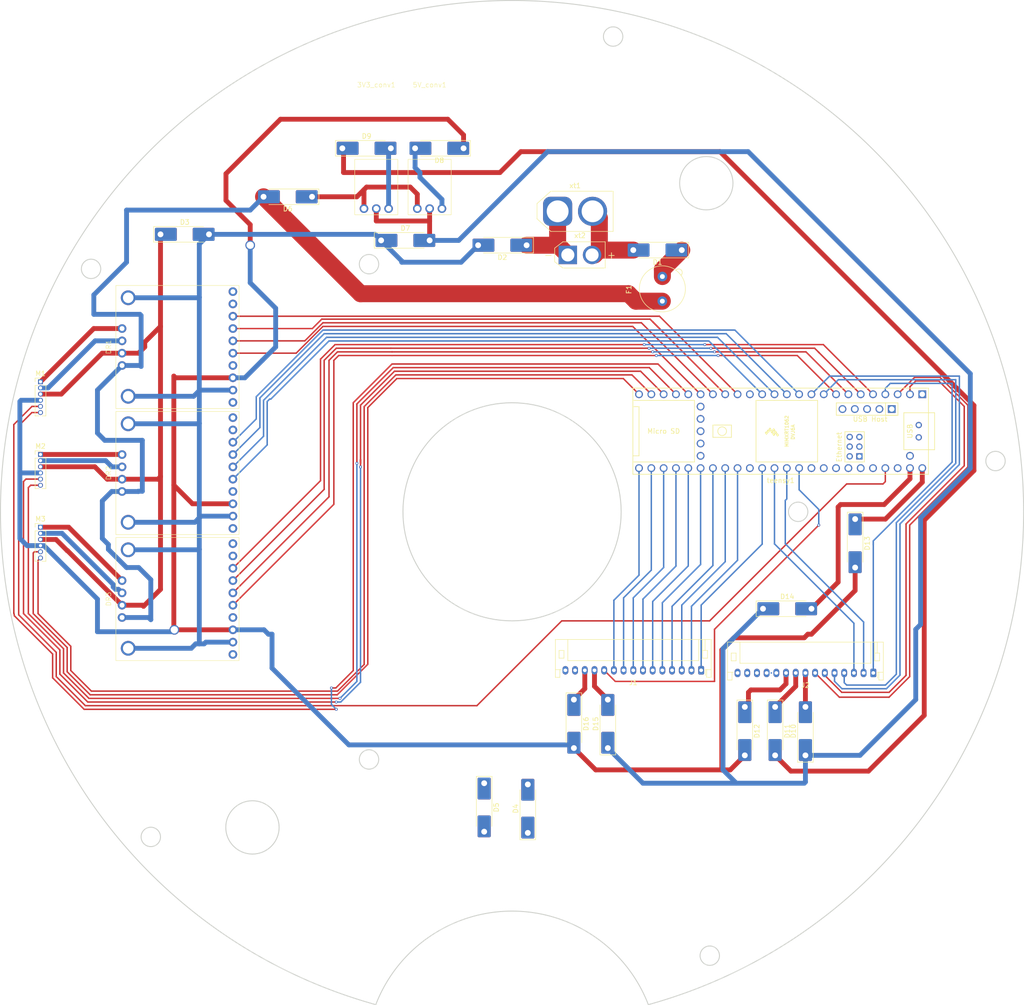
<source format=kicad_pcb>
(kicad_pcb (version 20240108) (generator "pcbnew") (generator_version "8.0")
  (layers (0 "F.Cu" signal) (31 "B.Cu" signal) (34 "B.Paste" user) (35 "F.Paste" user) (36 "B.SilkS" user "B.Silkscreen") (37 "F.SilkS" user "F.Silkscreen") (38 "B.Mask" user) (39 "F.Mask" user) (44 "Edge.Cuts" user))
  (net 0 "")
  (net 1 "Net-(D1-A)")
  (net 2 "Net-(D1-K)")
  (net 3 "Net-(D2-A)")
  (net 4 "Net-(D2-K)")
  (net 5 "Net-(D3-K)")
  (net 6 "Net-(D4-A)")
  (net 7 "GND")
  (net 8 "Net-(3V3_conv1-VIN)")
  (net 9 "Net-(5V_conv1-VOUT)")
  (net 10 "Net-(D12-A)")
  (net 11 "Net-(3V3_conv1-VOUT)")
  (net 12 "Net-(D11-A)")
  (net 13 "gnd")
  (net 14 "3v3")
  (net 15 "5v")
  (net 16 "Net-(D13-K)")
  (net 17 "Net-(D14-A)")
  (net 18 "5V")
  (net 19 "Net-(DR1-OUT2)")
  (net 20 "Net-(M1-B_out)")
  (net 21 "Net-(DR1-OUT1)")
  (net 22 "Net-(M1-A_out)")
  (net 23 "Net-(DR2-OUT1)")
  (net 24 "Net-(M2-A_out)")
  (net 25 "Net-(M2-B_out)")
  (net 26 "Net-(DR2-OUT2)")
  (net 27 "Net-(DR3-OUT2)")
  (net 28 "Net-(M3-B_out)")
  (net 29 "Net-(M3-A_out)")
  (net 30 "Net-(DR3-OUT1)")
  (net 33 "Net-(DR1-PWM2)")
  (net 34 "Net-(DR1-ENB)")
  (net 36 "Net-(DR1-PWM1)")
  (net 37 "Net-(DR1-EN)")
  (net 39 "Net-(DR2-PWM1)")
  (net 40 "Net-(DR2-PWM2)")
  (net 45 "Net-(DR2-ENB)")
  (net 46 "Net-(DR2-EN)")
  (net 48 "Net-(DR3-PWM1)")
  (net 49 "Net-(DR3-ENB)")
  (net 51 "Net-(DR3-PWM2)")
  (net 52 "Net-(DR3-EN)")
  (net 56 "pr3")
  (net 64 "tx2")
  (net 70 "pr5")
  (net 72 "BLAUW")
  (net 74 "pr6")
  (net 75 "GROEN")
  (net 77 "soft_power_sw")
  (net 79 "tx3")
  (net 80 "rx2")
  (net 83 "pr4")
  (net 84 "ROOD")
  (net 86 "pr8")
  (net 89 "rx3")
  (net 90 "pr1")
  (net 92 "pr7")
  (net 96 "rx1")
  (net 97 "tx1")
  (net 99 "pr2")
  (net 101 "groundd")
  (footprint "Library:Teensy41" (layer "F.Cu") (at 205.39 133.37 180)
    (property "Reference" "teensy1")
    (property "Value" "Teensy4.1")
  )
  (footprint "Diode_SMD:D_MELF-RM10_Universal_Handsoldering" (layer "F.Cu") (at 103.75 85 180)
    (property "Reference" "D6")
    (property "Value" "D")
  )
  (footprint "Connector_JST:JST_PH_S15B-PH-K_1x15_P2.00mm_Horizontal" (layer "F.Cu") (at 224.5 183.25 180)
    (property "Reference" "J2")
    (property "Value" "Conn_01x13_Socket")
  )
  (footprint "Library:TB9051FTG" (layer "F.Cu") (at 81 168 90)
    (property "Reference" "DR3")
    (property "Value" "~")
  )
  (footprint "Connector_PinHeader_1.27mm:PinHeader_1x06_P1.27mm_Vertical" (layer "F.Cu") (at 52.75 138.17)
    (property "Reference" "M2")
    (property "Value" "~")
  )
  (footprint "Diode_SMD:D_MELF-RM10_Universal_Handsoldering" (layer "F.Cu") (at 148 95 180)
    (property "Reference" "D2")
    (property "Value" "D")
  )
  (footprint "Library:pololu-U1V10F5" (layer "F.Cu") (at 133 83)
    (property "Reference" "5V_conv1")
    (property "Value" "~")
  )
  (footprint "Diode_SMD:D_MELF-RM10_Universal_Handsoldering" (layer "F.Cu") (at 198 195.25 -90)
    (property "Reference" "D12")
    (property "Value" "D")
  )
  (footprint "Connector_JST:JST_PH_S15B-PH-K_1x15_P2.00mm_Horizontal" (layer "F.Cu") (at 189 182.7 180)
    (property "Reference" "J1")
    (property "Value" "Conn_01x13_Socket")
  )
  (footprint "Library:TB9051FTG" (layer "F.Cu") (at 81 142 90)
    (property "Reference" "DR2")
    (property "Value" "~")
  )
  (footprint "Diode_SMD:D_MELF-RM10_Universal_Handsoldering" (layer "F.Cu") (at 162.75 193.75 -90)
    (property "Reference" "D16")
    (property "Value" "D")
  )
  (footprint "Diode_SMD:D_MELF-RM10_Universal_Handsoldering" (layer "F.Cu") (at 153.25 211.25 90)
    (property "Reference" "D4")
    (property "Value" "D")
  )
  (footprint "Connector_PinHeader_1.27mm:PinHeader_1x06_P1.27mm_Vertical" (layer "F.Cu") (at 52.75 123.17)
    (property "Reference" "M1")
    (property "Value" "~")
  )
  (footprint "Diode_SMD:D_MELF-RM10_Universal_Handsoldering" (layer "F.Cu") (at 135 75 180)
    (property "Reference" "D8")
    (property "Value" "D")
  )
  (footprint "Library:pololu-U1V10F5" (layer "F.Cu") (at 122 83)
    (property "Reference" "3V3_conv1")
    (property "Value" "~")
  )
  (footprint "Diode_SMD:D_MELF-RM10_Universal_Handsoldering" (layer "F.Cu") (at 144.25 211 -90)
    (property "Reference" "D5")
    (property "Value" "D")
  )
  (footprint "Fuse:Fuseholder_TR5_Littelfuse_No560_No460" (layer "F.Cu") (at 180.99 106.54 90)
    (property "Reference" "F1")
    (property "Value" "Fuse")
  )
  (footprint "Diode_SMD:D_MELF-RM10_Universal_Handsoldering" (layer "F.Cu") (at 204.25 195.25 -90)
    (property "Reference" "D11")
    (property "Value" "D")
  )
  (footprint "Diode_SMD:D_MELF-RM10_Universal_Handsoldering" (layer "F.Cu") (at 220.75 156.5 -90)
    (property "Reference" "D13")
    (property "Value" "D")
  )
  (footprint "Diode_SMD:D_MELF-RM10_Universal_Handsoldering" (layer "F.Cu") (at 206.75 170)
    (property "Reference" "D14")
    (property "Value" "D")
  )
  (footprint "Diode_SMD:D_MELF-RM10_Universal_Handsoldering" (layer "F.Cu") (at 128 94)
    (property "Reference" "D7")
    (property "Value" "D")
  )
  (footprint "Library:TB9051FTG" (layer "F.Cu") (at 81 116 90)
    (property "Reference" "DR1")
    (property "Value" "~")
  )
  (footprint "Diode_SMD:D_MELF-RM10_Universal_Handsoldering" (layer "F.Cu") (at 82.5 92.75)
    (property "Reference" "D3")
    (property "Value" "D")
  )
  (footprint "Connector_PinHeader_1.27mm:PinHeader_1x06_P1.27mm_Vertical" (layer "F.Cu") (at 52.75 153.17)
    (property "Reference" "M3")
    (property "Value" "~")
  )
  (footprint "Connector_AMASS:AMASS_XT30U-M_1x02_P5.0mm_Vertical" (layer "F.Cu") (at 161.5 97)
    (property "Reference" "xt2")
    (property "Value" "Battery" (hide yes))
  )
  (footprint "Diode_SMD:D_MELF-RM10_Universal_Handsoldering" (layer "F.Cu") (at 210.5 195.25 90)
    (property "Reference" "D10")
    (property "Value" "D")
  )
  (footprint "Diode_SMD:D_MELF-RM10_Universal_Handsoldering" (layer "F.Cu") (at 120 75)
    (property "Reference" "D9")
    (property "Value" "D")
  )
  (footprint "Diode_SMD:D_MELF-RM10_Universal_Handsoldering" (layer "F.Cu") (at 169.75 193.75 90)
    (property "Reference" "D15")
    (property "Value" "D")
  )
  (footprint "Connector_AMASS:AMASS_XT60-F_1x02_P7.20mm_Vertical" (layer "F.Cu") (at 159.4 88)
    (property "Reference" "xt1")
    (property "Value" "Battery" (hide yes))
  )
  (footprint "Diode_SMD:D_MELF-RM10_Universal_Handsoldering" (layer "F.Cu") (at 180 96 180)
    (property "Reference" "D1")
    (property "Value" "D")
  )
  (gr_circle (center 170.843147 51.940703) (end 172.843147 51.940703) (stroke (width 0.2)) (fill none) (layer "Edge.Cuts"))
  (gr_circle (center 190.775348 241.582932) (end 192.775348 241.582932) (stroke (width 0.2)) (fill none) (layer "Edge.Cuts"))
  (gr_circle (center 96.460699 215.116387) (end 101.960699 215.116387) (stroke (width 0.2)) (fill none) (layer "Edge.Cuts"))
  (gr_circle (center 120.5 201.095499) (end 122.5 201.095499) (stroke (width 0.2)) (fill none) (layer "Edge.Cuts"))
  (gr_circle (center 150 150) (end 172.5 150) (stroke (width 0.2)) (fill none) (layer "Edge.Cuts"))
  (gr_arc (start 121.895804 251.687778) (mid 150 44.5) (end 178.104196 251.687778) (stroke (width 0.2)) (layer "Edge.Cuts"))
  (gr_circle (center 75.499731 217.080343) (end 77.499731 217.080343) (stroke (width 0.2)) (fill none) (layer "Edge.Cuts"))
  (gr_circle (center 150 150) (end 150.01 150) (stroke (width 0.0001)) (fill solid) (layer "Edge.Cuts"))
  (gr_circle (center 190.057531 82.199139) (end 195.557531 82.199139) (stroke (width 0.2)) (fill none) (layer "Edge.Cuts"))
  (gr_circle (center 249.70082 139.521022) (end 251.70082 139.521022) (stroke (width 0.2)) (fill none) (layer "Edge.Cuts"))
  (gr_circle (center 209 150) (end 211 150) (stroke (width 0.2)) (fill none) (layer "Edge.Cuts"))
  (gr_circle (center 63.180953 99.875) (end 65.180953 99.875) (stroke (width 0.2)) (fill none) (layer "Edge.Cuts"))
  (gr_arc (start 121.895804 251.687778) (mid 150 232.38771) (end 178.104196 251.687778) (stroke (width 0.2)) (layer "Edge.Cuts"))
  (gr_circle (center 120.5 98.904501) (end 122.5 98.904501) (stroke (width 0.2)) (fill none) (layer "Edge.Cuts"))
  (segment (start 203.5 183.25) (end 203.45 183.25) (width 0.3) (layer "B.Cu") (net 0))
  (segment (start 168 96) (end 168 89.4) (width 3.5) (layer "F.Cu") (net 1))
  (segment (start 166.5 97) (end 167 97) (width 3.5) (layer "F.Cu") (net 1))
  (segment (start 168 89.4) (end 166.6 88) (width 3.5) (layer "F.Cu") (net 1))
  (segment (start 167 97) (end 168 96) (width 3.5) (layer "F.Cu") (net 1))
  (segment (start 175 96) (end 168 96) (width 3.5) (layer "F.Cu") (net 1))
  (segment (start 181 101.46) (end 181 100) (width 3.5) (layer "F.Cu") (net 2))
  (segment (start 181 100) (end 185 96) (width 3.5) (layer "F.Cu") (net 2))
  (segment (start 85.25 151.5) (end 85.5 151.25) (width 1) (layer "B.Cu") (net 3))
  (segment (start 85.5 131.75) (end 85.5 151.25) (width 1) (layer "B.Cu") (net 3))
  (segment (start 123 94) (end 127.25 98.25) (width 1) (layer "B.Cu") (net 3))
  (segment (start 85.86 150.89) (end 85.25 151.5) (width 1) (layer "B.Cu") (net 3))
  (segment (start 127.25 98.25) (end 127.25 98.5) (width 1) (layer "B.Cu") (net 3))
  (segment (start 85.5 157.75) (end 85.5 177.25) (width 1) (layer "B.Cu") (net 3))
  (segment (start 87.5 92.75) (end 121.75 92.75) (width 1) (layer "B.Cu") (net 3))
  (segment (start 139.5 98.5) (end 143 95) (width 1) (layer "B.Cu") (net 3))
  (segment (start 70.84 126.16) (end 84.34 126.16) (width 1) (layer "B.Cu") (net 3))
  (segment (start 84.75 177.25) (end 83.84 178.16) (width 1) (layer "B.Cu") (net 3))
  (segment (start 85.5 105.75) (end 85.5 125) (width 1) (layer "B.Cu") (net 3))
  (segment (start 84.59 152.16) (end 85.25 151.5) (width 1) (layer "B.Cu") (net 3))
  (segment (start 87.5 92.75) (end 85.5 94.75) (width 1) (layer "B.Cu") (net 3))
  (segment (start 86.86 176.89) (end 92.43 176.89) (width 1) (layer "B.Cu") (net 3))
  (segment (start 85.5 177.25) (end 86.5 177.25) (width 1) (layer "B.Cu") (net 3))
  (segment (start 85.41 157.84) (end 85.5 157.75) (width 1) (layer "B.Cu") (net 3))
  (segment (start 92.43 150.89) (end 85.86 150.89) (width 1) (layer "B.Cu") (net 3))
  (segment (start 85.41 105.84) (end 85.5 105.75) (width 1) (layer "B.Cu") (net 3))
  (segment (start 92.43 124.89) (end 85.61 124.89) (width 1) (layer "B.Cu") (net 3))
  (segment (start 70.84 131.84) (end 85.41 131.84) (width 1) (layer "B.Cu") (net 3))
  (segment (start 121.75 92.75) (end 123 94) (width 1) (layer "B.Cu") (net 3))
  (segment (start 86.5 177.25) (end 86.86 176.89) (width 1) (layer "B.Cu") (net 3))
  (segment (start 83.84 178.16) (end 70.84 178.16) (width 1) (layer "B.Cu") (net 3))
  (segment (start 85.5 177.25) (end 84.75 177.25) (width 1) (layer "B.Cu") (net 3))
  (segment (start 70.84 152.16) (end 84.59 152.16) (width 1) (layer "B.Cu") (net 3))
  (segment (start 85.5 125) (end 85.5 131.75) (width 1) (layer "B.Cu") (net 3))
  (segment (start 85.61 124.89) (end 85.5 125) (width 1) (layer "B.Cu") (net 3))
  (segment (start 85.41 131.84) (end 85.5 131.75) (width 1) (layer "B.Cu") (net 3))
  (segment (start 70.84 105.84) (end 85.41 105.84) (width 1) (layer "B.Cu") (net 3))
  (segment (start 70.84 157.84) (end 85.41 157.84) (width 1) (layer "B.Cu") (net 3))
  (segment (start 85.5 94.75) (end 85.5 105.75) (width 1) (layer "B.Cu") (net 3))
  (segment (start 85.5 151.25) (end 85.5 157.75) (width 1) (layer "B.Cu") (net 3))
  (segment (start 127.25 98.5) (end 139.5 98.5) (width 1) (layer "B.Cu") (net 3))
  (segment (start 84.34 126.16) (end 85.5 125) (width 1) (layer "B.Cu") (net 3))
  (segment (start 161.5 97) (end 159.4 94.9) (width 3.5) (layer "F.Cu") (net 4))
  (segment (start 159.4 88) (end 159.4 94.9) (width 3.5) (layer "F.Cu") (net 4))
  (segment (start 153 95) (end 159.5 95) (width 3.5) (layer "F.Cu") (net 4))
  (segment (start 159.5 95) (end 161.5 97) (width 3.5) (layer "F.Cu") (net 4))
  (segment (start 76.98 143.27) (end 77.5 142.75) (width 1) (layer "F.Cu") (net 5))
  (segment (start 72.98 117.27) (end 74.25 116) (width 1) (layer "F.Cu") (net 5))
  (segment (start 69.57 143.27) (end 66.52 143.27) (width 1) (layer "F.Cu") (net 5))
  (segment (start 55.96 155.71) (end 58.25 158) (width 1) (layer "F.Cu") (net 5))
  (segment (start 73.77 169.27) (end 69.57 169.27) (width 1) (layer "F.Cu") (net 5))
  (segment (start 52.75 155.71) (end 55.96 155.71) (width 1) (layer "F.Cu") (net 5))
  (segment (start 77.5 166) (end 74 169.5) (width 1) (layer "F.Cu") (net 5))
  (segment (start 77.5 142.75) (end 77.5 166) (width 1) (layer "F.Cu") (net 5))
  (segment (start 77.5 111.75) (end 77.5 92.75) (width 1) (layer "F.Cu") (net 5))
  (segment (start 58.3 158) (end 69.57 169.27) (width 1) (layer "F.Cu") (net 5))
  (segment (start 74 169.5) (end 73.77 169.27) (width 1) (layer "F.Cu") (net 5))
  (segment (start 69.57 117.27) (end 72.98 117.27) (width 1) (layer "F.Cu") (net 5))
  (segment (start 57.04 125.71) (end 52.75 125.71) (width 1) (layer "F.Cu") (net 5))
  (segment (start 66.52 143.27) (end 63.96 140.71) (width 1) (layer "F.Cu") (net 5))
  (segment (start 58.25 158) (end 58.3 158) (width 1) (layer "F.Cu") (net 5))
  (segment (start 63.96 140.71) (end 52.75 140.71) (width 1) (layer "F.Cu") (net 5))
  (segment (start 74.25 115) (end 77.5 111.75) (width 1) (layer "F.Cu") (net 5))
  (segment (start 74.25 116) (end 74.25 115) (width 1) (layer "F.Cu") (net 5))
  (segment (start 77.5 111.75) (end 77.5 142.75) (width 1) (layer "F.Cu") (net 5))
  (segment (start 69.57 117.27) (end 65.48 117.27) (width 1) (layer "F.Cu") (net 5))
  (segment (start 69.57 143.27) (end 76.98 143.27) (width 1) (layer "F.Cu") (net 5))
  (segment (start 65.48 117.27) (end 57.04 125.71) (width 1) (layer "F.Cu") (net 5))
  (segment (start 175.54 106.54) (end 174 105) (width 3.5) (layer "F.Cu") (net 6))
  (segment (start 174 105) (end 118.75 105) (width 3.5) (layer "F.Cu") (net 6))
  (segment (start 180.99 106.54) (end 175.54 106.54) (width 3.5) (layer "F.Cu") (net 6))
  (segment (start 118.75 105) (end 98.75 85) (width 3.5) (layer "F.Cu") (net 6))
  (segment (start 73 145.75) (end 72.94 145.81) (width 1) (layer "B.Cu") (net 6))
  (segment (start 64.5 133.75) (end 66 135.25) (width 1) (layer "B.Cu") (net 6))
  (segment (start 66 135.25) (end 73.75 135.25) (width 1) (layer "B.Cu") (net 6))
  (segment (start 73.75 145.75) (end 73 145.75) (width 1) (layer "B.Cu") (net 6))
  (segment (start 70.5 161.5) (end 73 161.5) (width 1) (layer "B.Cu") (net 6))
  (segment (start 64.5 124.88) (end 64.5 133.75) (width 1) (layer "B.Cu") (net 6))
  (segment (start 70.5 87.75) (end 96 87.75) (width 1) (layer "B.Cu") (net 6))
  (segment (start 65.5 155.5) (end 66.75 156.75) (width 1) (layer "B.Cu") (net 6))
  (segment (start 73.31 119.81) (end 73.5 120) (width 1) (layer "B.Cu") (net 6))
  (segment (start 69.57 145.81) (end 67.44 145.81) (width 1) (layer "B.Cu") (net 6))
  (segment (start 70.5 98.5) (end 70.5 87.75) (width 1) (layer "B.Cu") (net 6))
  (segment (start 63.75 105.25) (end 70.5 98.5) (width 1) (layer "B.Cu") (net 6))
  (segment (start 63.75 109.25) (end 63.75 105.25) (width 1) (layer "B.Cu") (net 6))
  (segment (start 73.5 120) (end 73.5 109.5) (width 1) (layer "B.Cu") (net 6))
  (segment (start 65.5 147.75) (end 65.5 155.5) (width 1) (layer "B.Cu") (net 6))
  (segment (start 96 87.75) (end 98.75 85) (width 1) (layer "B.Cu") (net 6))
  (segment (start 73 161.5) (end 75.5 164) (width 1) (layer "B.Cu") (net 6))
  (segment (start 75.06 171.81) (end 69.57 171.81) (width 1) (layer "B.Cu") (net 6))
  (segment (start 66.75 156.75) (end 66.75 157.75) (width 1) (layer "B.Cu") (net 6))
  (segment (start 67.44 145.81) (end 65.5 147.75) (width 1) (layer "B.Cu") (net 6))
  (segment (start 66.75 157.75) (end 70.5 161.5) (width 1) (layer "B.Cu") (net 6))
  (segment (start 73.75 135.25) (end 73.75 145.75) (width 1) (layer "B.Cu") (net 6))
  (segment (start 73.25 109.25) (end 63.75 109.25) (width 1) (layer "B.Cu") (net 6))
  (segment (start 73.5 109.5) (end 73.25 109.25) (width 1) (layer "B.Cu") (net 6))
  (segment (start 69.57 119.81) (end 64.5 124.88) (width 1) (layer "B.Cu") (net 6))
  (segment (start 72.94 145.81) (end 69.57 145.81) (width 1) (layer "B.Cu") (net 6))
  (segment (start 69.57 119.81) (end 73.31 119.81) (width 1) (layer "B.Cu") (net 6))
  (segment (start 75.5 172.25) (end 75.06 171.81) (width 1) (layer "B.Cu") (net 6))
  (segment (start 75.5 164) (end 75.5 172.25) (width 1) (layer "B.Cu") (net 6))
  (segment (start 167 182.7) (end 167 186) (width 1) (layer "F.Cu") (net 7))
  (segment (start 167 186) (end 169.75 188.75) (width 1) (layer "F.Cu") (net 7))
  (segment (start 119.46 87.445) (end 119.46 83.54) (width 1) (layer "F.Cu") (net 8))
  (segment (start 130.46 84.46) (end 129 83) (width 1) (layer "F.Cu") (net 8))
  (segment (start 119.46 83.54) (end 120 83) (width 1) (layer "F.Cu") (net 8))
  (segment (start 118 85) (end 119.46 83.54) (width 1) (layer "F.Cu") (net 8))
  (segment (start 108.75 85) (end 118 85) (width 1) (layer "F.Cu") (net 8))
  (segment (start 120 83) (end 129 83) (width 1) (layer "F.Cu") (net 8))
  (segment (start 130.46 87.445) (end 130.46 84.46) (width 1) (layer "F.Cu") (net 8))
  (segment (start 131 80) (end 130 79) (width 1) (layer "B.Cu") (net 9))
  (segment (start 130 79) (end 130 75) (width 1) (layer "B.Cu") (net 9))
  (segment (start 135.54 87.445) (end 135.54 85.54) (width 1) (layer "B.Cu") (net 9))
  (segment (start 135.54 85.54) (end 131 81) (width 1) (layer "B.Cu") (net 9))
  (segment (start 131 81) (end 131 80) (width 1) (layer "B.Cu") (net 9))
  (segment (start 96 90.75) (end 91 85.75) (width 1) (layer "F.Cu") (net 10))
  (segment (start 80.35 174.35) (end 80.25 174.25) (width 1) (layer "F.Cu") (net 10))
  (segment (start 96 95) (end 96 90.75) (width 1) (layer "F.Cu") (net 10))
  (segment (start 210.25 176) (end 195.75 176) (width 1) (layer "F.Cu") (net 10))
  (segment (start 80.25 144.5) (end 80.25 122) (width 1) (layer "F.Cu") (net 10))
  (segment (start 195 203.25) (end 198 200.25) (width 1) (layer "F.Cu") (net 10))
  (segment (start 193.25 203.25) (end 195 203.25) (width 1) (layer "F.Cu") (net 10))
  (segment (start 193.25 178.5) (end 193.25 203.25) (width 1) (layer "F.Cu") (net 10))
  (segment (start 91 85.75) (end 91 80.25) (width 1) (layer "F.Cu") (net 10))
  (segment (start 80.6 122.35) (end 92.43 122.35) (width 1) (layer "F.Cu") (net 10))
  (segment (start 80.25 122) (end 80.6 122.35) (width 1) (layer "F.Cu") (net 10))
  (segment (start 167.25 203.25) (end 193.25 203.25) (width 1) (layer "F.Cu") (net 10))
  (segment (start 91 80.25) (end 102.25 69) (width 1) (layer "F.Cu") (net 10))
  (segment (start 80.25 144.5) (end 84.1 148.35) (width 1) (layer "F.Cu") (net 10))
  (segment (start 136.75 69) (end 140 72.25) (width 1) (layer "F.Cu") (net 10))
  (segment (start 84.1 148.35) (end 92.43 148.35) (width 1) (layer "F.Cu") (net 10))
  (segment (start 211 175.25) (end 210.25 176) (width 1) (layer "F.Cu") (net 10))
  (segment (start 80.25 174.25) (end 80.25 144.5) (width 1) (layer "F.Cu") (net 10))
  (segment (start 162.75 198.75) (end 167.25 203.25) (width 1) (layer "F.Cu") (net 10))
  (segment (start 220.75 161.5) (end 220.75 166.25) (width 1) (layer "F.Cu") (net 10))
  (segment (start 102.25 69) (end 136.75 69) (width 1) (layer "F.Cu") (net 10))
  (segment (start 195.75 176) (end 193.25 178.5) (width 1) (layer "F.Cu") (net 10))
  (segment (start 92.43 174.35) (end 80.35 174.35) (width 1) (layer "F.Cu") (net 10))
  (segment (start 211.75 175.25) (end 211 175.25) (width 1) (layer "F.Cu") (net 10))
  (segment (start 220.75 166.25) (end 211.75 175.25) (width 1) (layer "F.Cu") (net 10))
  (segment (start 140 72.25) (end 140 75) (width 1) (layer "F.Cu") (net 10))
  (via (at 96 95) (size 2) (drill 1.5) (layers "F.Cu" "B.Cu") (net 10))
  (via (at 80.35 174.35) (size 2) (drill 1.5) (layers "F.Cu" "B.Cu") (net 10))
  (segment (start 48.5 127.25) (end 48.77 126.98) (width 1) (layer "B.Cu") (net 10))
  (segment (start 48.52 141.98) (end 48.5 142) (width 1) (layer "B.Cu") (net 10))
  (segment (start 101.25 108) (end 96 102.75) (width 1) (layer "B.Cu") (net 10))
  (segment (start 98.85 174.35) (end 92.43 174.35) (width 1) (layer "B.Cu") (net 10))
  (segment (start 48.5 155.5) (end 48.5 142) (width 1) (layer "B.Cu") (net 10))
  (segment (start 64.5 168.022894) (end 64.5 174.75) (width 1) (layer "B.Cu") (net 10))
  (segment (start 52.75 156.98) (end 53.457106 156.98) (width 1) (layer "B.Cu") (net 10))
  (segment (start 96 102.75) (end 96 95) (width 1) (layer "B.Cu") (net 10))
  (segment (start 162.75 198.75) (end 162.093047 198.093047) (width 1) (layer "B.Cu") (net 10))
  (segment (start 48.77 126.98) (end 52.75 126.98) (width 1) (layer "B.Cu") (net 10))
  (segment (start 92.43 122.35) (end 94.9 122.35) (width 1) (layer "B.Cu") (net 10))
  (segment (start 100.5 175.25) (end 99.75 175.25) (width 1) (layer "B.Cu") (net 10))
  (segment (start 101.25 116) (end 101.25 108) (width 1) (layer "B.Cu") (net 10))
  (segment (start 162.093047 198.093047) (end 116.343047 198.093047) (width 1) (layer "B.Cu") (net 10))
  (segment (start 99.75 175.25) (end 98.85 174.35) (width 1) (layer "B.Cu") (net 10))
  (segment (start 52.75 156.98) (end 49.98 156.98) (width 1) (layer "B.Cu") (net 10))
  (segment (start 98.5 118.75) (end 101.25 116) (width 1) (layer "B.Cu") (net 10))
  (segment (start 116.343047 198.093047) (end 100.5 182.25) (width 1) (layer "B.Cu") (net 10))
  (segment (start 100.5 182.25) (end 100.5 175.25) (width 1) (layer "B.Cu") (net 10))
  (segment (start 64.5 174.75) (end 79.95 174.75) (width 1) (layer "B.Cu") (net 10))
  (segment (start 52.75 141.98) (end 48.52 141.98) (width 1) (layer "B.Cu") (net 10))
  (segment (start 48.5 142) (end 48.5 127.25) (width 1) (layer "B.Cu") (net 10))
  (segment (start 49.98 156.98) (end 48.5 155.5) (width 1) (layer "B.Cu") (net 10))
  (segment (start 53.457106 156.98) (end 64.5 168.022894) (width 1) (layer "B.Cu") (net 10))
  (segment (start 94.9 122.35) (end 98.5 118.75) (width 1) (layer "B.Cu") (net 10))
  (segment (start 79.95 174.75) (end 80.35 174.35) (width 1) (layer "B.Cu") (net 10))
  (segment (start 124.54 87.445) (end 124.54 75.46) (width 1) (layer "B.Cu") (net 11))
  (segment (start 124.54 75.46) (end 125 75) (width 1) (layer "B.Cu") (net 11))
  (segment (start 147.5 80) (end 115.25 80) (width 1) (layer "F.Cu") (net 12))
  (segment (start 235 192) (end 235 151.75) (width 1) (layer "F.Cu") (net 12))
  (segment (start 115.25 80) (end 115.25 75.25) (width 1) (layer "F.Cu") (net 12))
  (segment (start 235 151.75) (end 245.25 141.5) (width 1) (layer "F.Cu") (net 12))
  (segment (start 245.25 128.047918) (end 192.892835 75.690753) (width 1) (layer "F.Cu") (net 12))
  (segment (start 245.25 141.5) (end 245.25 128.047918) (width 1) (layer "F.Cu") (net 12))
  (segment (start 151.809247 75.690753) (end 147.5 80) (width 1) (layer "F.Cu") (net 12))
  (segment (start 223.5 203.5) (end 235 192) (width 1) (layer "F.Cu") (net 12))
  (segment (start 204.25 200.25) (end 207.5 203.5) (width 1) (layer "F.Cu") (net 12))
  (segment (start 192.892835 75.690753) (end 151.809247 75.690753) (width 1) (layer "F.Cu") (net 12))
  (segment (start 115.25 75.25) (end 115 75) (width 1) (layer "F.Cu") (net 12))
  (segment (start 207.5 203.5) (end 223.5 203.5) (width 1) (layer "F.Cu") (net 12))
  (segment (start 210.5 190.25) (end 210.5 183.25) (width 1) (layer "F.Cu") (net 13))
  (segment (start 204.25 190.25) (end 205 190.25) (width 0.3) (layer "F.Cu") (net 14))
  (segment (start 208.5 183.25) (end 208.5 186) (width 1) (layer "F.Cu") (net 14))
  (segment (start 208.5 186) (end 204.25 190.25) (width 1) (layer "F.Cu") (net 14))
  (segment (start 206.5 185.5) (end 205.25 186.75) (width 1) (layer "F.Cu") (net 15))
  (segment (start 205.25 186.75) (end 199.25 186.75) (width 1) (layer "F.Cu") (net 15))
  (segment (start 199.25 186.75) (end 198.75 187.25) (width 1) (layer "F.Cu") (net 15))
  (segment (start 198.75 187.25) (end 198.75 189.5) (width 1) (layer "F.Cu") (net 15))
  (segment (start 198.75 189.5) (end 198 190.25) (width 1) (layer "F.Cu") (net 15))
  (segment (start 206.5 183.25) (end 206.5 185.5) (width 1) (layer "F.Cu") (net 15))
  (segment (start 220.75 151.5) (end 227 151.5) (width 1) (layer "F.Cu") (net 16))
  (segment (start 234.6 143.9) (end 234.6 140.99) (width 1) (layer "F.Cu") (net 16))
  (segment (start 227 151.5) (end 234.6 143.9) (width 1) (layer "F.Cu") (net 16))
  (segment (start 217.25 149) (end 217.75 148.5) (width 1) (layer "F.Cu") (net 17))
  (segment (start 232.06 143.19) (end 232.06 140.99) (width 1) (layer "F.Cu") (net 17))
  (segment (start 226.75 148.5) (end 232.06 143.19) (width 1) (layer "F.Cu") (net 17))
  (segment (start 211.75 170) (end 217.25 164.5) (width 1) (layer "F.Cu") (net 17))
  (segment (start 217.25 164.5) (end 217.25 149) (width 1) (layer "F.Cu") (net 17))
  (segment (start 217.75 148.5) (end 226.75 148.5) (width 1) (layer "F.Cu") (net 17))
  (segment (start 165 186.5) (end 162.75 188.75) (width 1) (layer "F.Cu") (net 18))
  (segment (start 165 182.7) (end 165 186.5) (width 1) (layer "F.Cu") (net 18))
  (segment (start 52.75 124.44) (end 54.31 124.44) (width 1) (layer "B.Cu") (net 19))
  (segment (start 64.02 114.73) (end 69.57 114.73) (width 1) (layer "B.Cu") (net 19))
  (segment (start 54.31 124.44) (end 64.02 114.73) (width 1) (layer "B.Cu") (net 19))
  (segment (start 56 184) (end 62 190) (width 0.3) (layer "F.Cu") (net 20))
  (segment (start 226.98 143.77) (end 226.98 140.99) (width 0.3) (layer "F.Cu") (net 20))
  (segment (start 48.25 132.25) (end 48.25 171.25) (width 0.3) (layer "F.Cu") (net 20))
  (segment (start 56 179) (end 56 184) (width 0.3) (layer "F.Cu") (net 20))
  (segment (start 48.25 171.25) (end 56 179) (width 0.3) (layer "F.Cu") (net 20))
  (segment (start 142.749403 190) (end 160.249403 172.5) (width 0.3) (layer "F.Cu") (net 20))
  (segment (start 50.98 129.52) (end 48.25 132.25) (width 0.3) (layer "F.Cu") (net 20))
  (segment (start 226.5 144.25) (end 226.98 143.77) (width 0.3) (layer "F.Cu") (net 20))
  (segment (start 190.75 172.5) (end 219 144.25) (width 0.3) (layer "F.Cu") (net 20))
  (segment (start 52.75 129.52) (end 50.98 129.52) (width 0.3) (layer "F.Cu") (net 20))
  (segment (start 160.249403 172.5) (end 190.75 172.5) (width 0.3) (layer "F.Cu") (net 20))
  (segment (start 62 190) (end 142.749403 190) (width 0.3) (layer "F.Cu") (net 20))
  (segment (start 219 144.25) (end 226.5 144.25) (width 0.3) (layer "F.Cu") (net 20))
  (segment (start 69.57 112.19) (end 63.73 112.19) (width 1) (layer "F.Cu") (net 21))
  (segment (start 63.73 112.19) (end 52.75 123.17) (width 1) (layer "F.Cu") (net 21))
  (segment (start 47.264391 170.937731) (end 47.25 170.863429) (width 0.3) (layer "F.Cu") (net 22))
  (segment (start 125.25 119.5) (end 117.25 127.5) (width 0.3) (layer "F.Cu") (net 22))
  (segment (start 117.25 127.5) (end 117.25 140) (width 0.3) (layer "F.Cu") (net 22))
  (segment (start 113.65 186.35) (end 112.75 186.35) (width 0.3) (layer "F.Cu") (net 22))
  (segment (start 55.25 179.343643) (end 47.378799 171.472442) (width 0.3) (layer "F.Cu") (net 22))
  (segment (start 61.75 190.75) (end 55.25 184.25) (width 0.3) (layer "F.Cu") (net 22))
  (segment (start 113.75 190.75) (end 61.75 190.75) (width 0.3) (layer "F.Cu") (net 22))
  (segment (start 47.378799 171.472442) (end 47.264391 170.937731) (width 0.3) (layer "F.Cu") (net 22))
  (segment (start 180.09 119.5) (end 125.25 119.5) (width 0.3) (layer "F.Cu") (net 22))
  (segment (start 186.34 125.75) (end 180.09 119.5) (width 0.3) (layer "F.Cu") (net 22))
  (segment (start 51 128.25) (end 52.75 128.25) (width 0.3) (layer "F.Cu") (net 22))
  (segment (start 47.25 132) (end 51 128.25) (width 0.3) (layer "F.Cu") (net 22))
  (segment (start 55.25 184.25) (end 55.25 179.343643) (width 0.3) (layer "F.Cu") (net 22))
  (segment (start 117.25 182.75) (end 115.25 184.75) (width 0.3) (layer "F.Cu") (net 22))
  (segment (start 117.25 140) (end 117.25 182.75) (width 0.3) (layer "F.Cu") (net 22))
  (segment (start 47.25 170.863429) (end 47.25 132) (width 0.3) (layer "F.Cu") (net 22))
  (segment (start 115.25 184.75) (end 113.65 186.35) (width 0.3) (layer "F.Cu") (net 22))
  (via (at 112.75 186.35) (size 0.6) (drill 0.3) (layers "F.Cu" "B.Cu") (net 22))
  (via (at 113.75 190.75) (size 0.6) (drill 0.3) (layers "F.Cu" "B.Cu") (net 22))
  (segment (start 112.75 189.75) (end 113.75 190.75) (width 0.3) (layer "B.Cu") (net 22))
  (segment (start 112.75 186.35) (end 112.75 189.75) (width 0.3) (layer "B.Cu") (net 22))
  (segment (start 52.75 138.17) (end 69.55 138.17) (width 1) (layer "F.Cu") (net 23))
  (segment (start 69.55 138.17) (end 69.57 138.19) (width 1) (layer "F.Cu") (net 23))
  (segment (start 118.75 128) (end 118.75 140) (width 0.3) (layer "F.Cu") (net 24))
  (segment (start 118.75 140) (end 118.75 139.25) (width 0.3) (layer "F.Cu") (net 24))
  (segment (start 49.25 171) (end 56.75 178.5) (width 0.3) (layer "F.Cu") (net 24))
  (segment (start 176.51 121) (end 125.75 121) (width 0.3) (layer "F.Cu") (net 24))
  (segment (start 52.75 143.25) (end 49.75 143.25) (width 0.3) (layer "F.Cu") (net 24))
  (segment (start 49.75 143.25) (end 49.25 143.75) (width 0.3) (layer "F.Cu") (net 24))
  (segment (start 49.25 143.75) (end 49.25 171) (width 0.3) (layer "F.Cu") (net 24))
  (segment (start 118.75 139.25) (end 118.75 140.75) (width 0.3) (layer "F.Cu") (net 24))
  (segment (start 62.5 189.25) (end 113.75 189.25) (width 0.3) (layer "F.Cu") (net 24))
  (segment (start 125.75 121) (end 118.75 128) (width 0.3) (layer "F.Cu") (net 24))
  (segment (start 181.26 125.75) (end 176.51 121) (width 0.3) (layer "F.Cu") (net 24))
  (segment (start 56.75 178.5) (end 56.75 183.5) (width 0.3) (layer "F.Cu") (net 24))
  (segment (start 56.75 183.5) (end 62.5 189.25) (width 0.3) (layer "F.Cu") (net 24))
  (via (at 118.75 140.75) (size 0.6) (drill 0.3) (layers "F.Cu" "B.Cu") (net 24))
  (via (at 113.75 189.25) (size 0.6) (drill 0.3) (layers "F.Cu" "B.Cu") (net 24))
  (segment (start 114.669239 189.25) (end 113.75 189.25) (width 0.3) (layer "B.Cu") (net 24))
  (segment (start 118.75 140.75) (end 118.75 185.169239) (width 0.3) (layer "B.Cu") (net 24))
  (segment (start 118.75 185.169239) (end 114.669239 189.25) (width 0.3) (layer "B.Cu") (net 24))
  (segment (start 183.8 125.75) (end 178.3 120.25) (width 0.3) (layer "F.Cu") (net 25))
  (segment (start 118 127.75) (end 118 140) (width 0.3) (layer "F.Cu") (net 25))
  (segment (start 62.75 188.5) (end 113.75 188.5) (width 0.3) (layer "F.Cu") (net 25))
  (segment (start 113.75 188.5) (end 114.5 188.5) (width 0.3) (layer "F.Cu") (net 25))
  (segment (start 50.25 145) (end 50.25 171) (width 0.3) (layer "F.Cu") (net 25))
  (segment (start 57.5 178.25) (end 57.5 183.25) (width 0.3) (layer "F.Cu") (net 25))
  (segment (start 57.5 183.25) (end 62.75 188.5) (width 0.3) (layer "F.Cu") (net 25))
  (segment (start 50.73 144.52) (end 50.25 145) (width 0.3) (layer "F.Cu") (net 25))
  (segment (start 125.5 120.25) (end 118 127.75) (width 0.3) (layer "F.Cu") (net 25))
  (segment (start 52.75 144.52) (end 50.73 144.52) (width 0.3) (layer "F.Cu") (net 25))
  (segment (start 50.25 171) (end 57.5 178.25) (width 0.3) (layer "F.Cu") (net 25))
  (segment (start 178.3 120.25) (end 125.5 120.25) (width 0.3) (layer "F.Cu") (net 25))
  (via (at 118 140) (size 0.6) (drill 0.3) (layers "F.Cu" "B.Cu") (net 25))
  (via (at 114.5 188.5) (size 0.6) (drill 0.3) (layers "F.Cu" "B.Cu") (net 25))
  (segment (start 114.5 188.5) (end 118 185) (width 0.3) (layer "B.Cu") (net 25))
  (segment (start 118 185) (end 118 140) (width 0.3) (layer "B.Cu") (net 25))
  (segment (start 67.48 140.73) (end 69.57 140.73) (width 1) (layer "B.Cu") (net 26))
  (segment (start 52.75 139.44) (end 66.19 139.44) (width 1) (layer "B.Cu") (net 26))
  (segment (start 66.19 139.44) (end 67.48 140.73) (width 1) (layer "B.Cu") (net 26))
  (segment (start 52.75 154.44) (end 57.19 154.44) (width 1) (layer "B.Cu") (net 27))
  (segment (start 68.84 166) (end 69.57 166.73) (width 1) (layer "B.Cu") (net 27))
  (segment (start 67.75 165.5) (end 68.25 166) (width 1) (layer "B.Cu") (net 27))
  (segment (start 57.19 154.44) (end 67.75 165) (width 1) (layer "B.Cu") (net 27))
  (segment (start 68.25 166) (end 68.84 166) (width 1) (layer "B.Cu") (net 27))
  (segment (start 67.75 165) (end 67.75 165.5) (width 1) (layer "B.Cu") (net 27))
  (segment (start 119.5 128.292894) (end 126.042894 121.75) (width 0.3) (layer "F.Cu") (net 28))
  (segment (start 52.25 160.02) (end 52.25 171) (width 0.3) (layer "F.Cu") (net 28))
  (segment (start 174.72 121.75) (end 178.72 125.75) (width 0.3) (layer "F.Cu") (net 28))
  (segment (start 52.25 171) (end 59 177.75) (width 0.3) (layer "F.Cu") (net 28))
  (segment (start 119.5 181.5) (end 119.5 128.292894) (width 0.3) (layer "F.Cu") (net 28))
  (segment (start 114 187) (end 119.5 181.5) (width 0.3) (layer "F.Cu") (net 28))
  (segment (start 52.75 159.52) (end 52.25 160.02) (width 0.3) (layer "F.Cu") (net 28))
  (segment (start 63.25 187) (end 114 187) (width 0.3) (layer "F.Cu") (net 28))
  (segment (start 126.042894 121.75) (end 174.72 121.75) (width 0.3) (layer "F.Cu") (net 28))
  (segment (start 59 182.75) (end 63.25 187) (width 0.3) (layer "F.Cu") (net 28))
  (segment (start 59 177.75) (end 59 182.75) (width 0.3) (layer "F.Cu") (net 28))
  (segment (start 63 187.75) (end 113.957107 187.75) (width 0.3) (layer "F.Cu") (net 29))
  (segment (start 58.25 178) (end 58.25 183) (width 0.3) (layer "F.Cu") (net 29))
  (segment (start 51.25 158.5) (end 51.25 171) (width 0.3) (layer "F.Cu") (net 29))
  (segment (start 172.93 122.5) (end 176.18 125.75) (width 0.3) (layer "F.Cu") (net 29))
  (segment (start 51.25 171) (end 58.25 178) (width 0.3) (layer "F.Cu") (net 29))
  (segment (start 52.75 158.25) (end 51.5 158.25) (width 0.3) (layer "F.Cu") (net 29))
  (segment (start 113.957107 187.75) (end 120.25 181.457107) (width 0.3) (layer "F.Cu") (net 29))
  (segment (start 120.25 128.5) (end 126.25 122.5) (width 0.3) (layer "F.Cu") (net 29))
  (segment (start 58.25 183) (end 63 187.75) (width 0.3) (layer "F.Cu") (net 29))
  (segment (start 51.5 158.25) (end 51.25 158.5) (width 0.3) (layer "F.Cu") (net 29))
  (segment (start 120.25 181.457107) (end 120.25 128.5) (width 0.3) (layer "F.Cu") (net 29))
  (segment (start 126.25 122.5) (end 172.93 122.5) (width 0.3) (layer "F.Cu") (net 29))
  (segment (start 52.75 153.17) (end 58.55 153.17) (width 1) (layer "F.Cu") (net 30))
  (segment (start 58.55 153.17) (end 69.57 164.19) (width 1) (layer "F.Cu") (net 30))
  (segment (start 110.75 110.25) (end 178.46 110.25) (width 0.3) (layer "F.Cu") (net 33))
  (segment (start 179 110.79) (end 179 110.75) (width 0.3) (layer "F.Cu") (net 33))
  (segment (start 182.98 114.77) (end 179 110.79) (width 0.3) (layer "F.Cu") (net 33))
  (segment (start 108.81 112.19) (end 110.75 110.25) (width 0.3) (layer "F.Cu") (net 33))
  (segment (start 92.43 112.19) (end 108.81 112.19) (width 0.3) (layer "F.Cu") (net 33))
  (segment (start 193.96 125.75) (end 182.98 114.77) (width 0.3) (layer "F.Cu") (net 33))
  (segment (start 178.46 110.25) (end 182.98 114.77) (width 0.3) (layer "F.Cu") (net 33))
  (segment (start 92.43 114.73) (end 107.27 114.73) (width 0.3) (layer "F.Cu") (net 34))
  (segment (start 107.27 114.73) (end 111 111) (width 0.3) (layer "F.Cu") (net 34))
  (segment (start 111 111) (end 176.67 111) (width 0.3) (layer "F.Cu") (net 34))
  (segment (start 176.67 111) (end 191.42 125.75) (width 0.3) (layer "F.Cu") (net 34))
  (segment (start 92.43 109.65) (end 180.4 109.65) (width 0.3) (layer "F.Cu") (net 36))
  (segment (start 180.4 109.65) (end 196.5 125.75) (width 0.3) (layer "F.Cu") (net 36))
  (segment (start 92.43 117.27) (end 105.48 117.27) (width 0.3) (layer "F.Cu") (net 37))
  (segment (start 174.88 111.75) (end 188.88 125.75) (width 0.3) (layer "F.Cu") (net 37))
  (segment (start 111 111.75) (end 174.88 111.75) (width 0.3) (layer "F.Cu") (net 37))
  (segment (start 105.48 117.27) (end 111 111.75) (width 0.3) (layer "F.Cu") (net 37))
  (segment (start 195.95 112.5) (end 209.2 125.75) (width 0.3) (layer "B.Cu") (net 39))
  (segment (start 92.43 135.65) (end 97.25 130.83) (width 0.3) (layer "B.Cu") (net 39))
  (segment (start 97.25 130.83) (end 97.25 126.25) (width 0.3) (layer "B.Cu") (net 39))
  (segment (start 111 112.5) (end 195.95 112.5) (width 0.3) (layer "B.Cu") (net 39))
  (segment (start 97.25 126.25) (end 111 112.5) (width 0.3) (layer "B.Cu") (net 39))
  (segment (start 194.16 113.25) (end 111.25 113.25) (width 0.3) (layer "B.Cu") (net 40))
  (segment (start 98 126.5) (end 98 132.62) (width 0.3) (layer "B.Cu") (net 40))
  (segment (start 111.25 113.25) (end 98 126.5) (width 0.3) (layer "B.Cu") (net 40))
  (segment (start 98 132.62) (end 92.43 138.19) (width 0.3) (layer "B.Cu") (net 40))
  (segment (start 206.66 125.75) (end 194.16 113.25) (width 0.3) (layer "B.Cu") (net 40))
  (segment (start 192.37 114) (end 204.12 125.75) (width 0.3) (layer "B.Cu") (net 45))
  (segment (start 98.75 127) (end 111.75 114) (width 0.3) (layer "B.Cu") (net 45))
  (segment (start 111.75 114) (end 192.37 114) (width 0.3) (layer "B.Cu") (net 45))
  (segment (start 98.75 134.41) (end 98.75 127) (width 0.3) (layer "B.Cu") (net 45))
  (segment (start 92.43 140.73) (end 98.75 134.41) (width 0.3) (layer "B.Cu") (net 45))
  (segment (start 112.25 114.75) (end 100.25 126.75) (width 0.3) (layer "B.Cu") (net 46))
  (segment (start 190.58 114.75) (end 112.25 114.75) (width 0.3) (layer "B.Cu") (net 46))
  (segment (start 201.58 125.75) (end 190.58 114.75) (width 0.3) (layer "B.Cu") (net 46))
  (segment (start 100.25 126.75) (end 100 126.75) (width 0.3) (layer "B.Cu") (net 46))
  (segment (start 100 126.75) (end 99.5 127.25) (width 0.3) (layer "B.Cu") (net 46))
  (segment (start 99.5 127.25) (end 99.5 136.2) (width 0.3) (layer "B.Cu") (net 46))
  (segment (start 99.5 136.2) (end 92.43 143.27) (width 0.3) (layer "B.Cu") (net 46))
  (segment (start 214.19 115.5) (end 224.44 125.75) (width 0.3) (layer "F.Cu") (net 48))
  (segment (start 125.5 115.5) (end 177.25 115.5) (width 0.3) (layer "F.Cu") (net 48))
  (segment (start 110.5 118.5) (end 113.5 115.5) (width 0.3) (layer "F.Cu") (net 48))
  (segment (start 110.5 143.58) (end 110.5 118.5) (width 0.3) (layer "F.Cu") (net 48))
  (segment (start 189.75 115.5) (end 214.19 115.5) (width 0.3) (layer "F.Cu") (net 48))
  (segment (start 92.43 161.65) (end 110.5 143.58) (width 0.3) (layer "F.Cu") (net 48))
  (segment (start 113.5 115.5) (end 125.5 115.5) (width 0.3) (layer "F.Cu") (net 48))
  (via (at 189.75 115.5) (size 0.6) (drill 0.3) (layers "F.Cu" "B.Cu") (net 48))
  (via (at 177.25 115.5) (size 0.6) (drill 0.3) (layers "F.Cu" "B.Cu") (net 48))
  (segment (start 177.25 115.5) (end 189.75 115.5) (width 0.3) (layer "B.Cu") (net 48))
  (segment (start 112.25 146.91) (end 112.25 118.75) (width 0.3) (layer "F.Cu") (net 49))
  (segment (start 112.25 118.75) (end 114 117) (width 0.3) (layer "F.Cu") (net 49))
  (segment (start 125.25 117) (end 179 117) (width 0.3) (layer "F.Cu") (net 49))
  (segment (start 114 117) (end 125.25 117) (width 0.3) (layer "F.Cu") (net 49))
  (segment (start 191.75 117) (end 210.61 117) (width 0.3) (layer "F.Cu") (net 49))
  (segment (start 92.43 166.73) (end 112.25 146.91) (width 0.3) (layer "F.Cu") (net 49))
  (segment (start 210.61 117) (end 219.36 125.75) (width 0.3) (layer "F.Cu") (net 49))
  (via (at 191.75 117) (size 0.6) (drill 0.3) (layers "F.Cu" "B.Cu") (net 49))
  (via (at 179 117) (size 0.6) (drill 0.3) (layers "F.Cu" "B.Cu") (net 49))
  (segment (start 179 117) (end 191.75 117) (width 0.3) (layer "B.Cu") (net 49))
  (segment (start 111.25 145.37) (end 111.25 118.75) (width 0.3) (layer "F.Cu") (net 51))
  (segment (start 191 116.25) (end 212.4 116.25) (width 0.3) (layer "F.Cu") (net 51))
  (segment (start 221.9 125.75) (end 213.325 117.175) (width 0.3) (layer "F.Cu") (net 51))
  (segment (start 125 116.25) (end 178.25 116.25) (width 0.3) (layer "F.Cu") (net 51))
  (segment (start 212.4 116.25) (end 213.325 117.175) (width 0.3) (layer "F.Cu") (net 51))
  (segment (start 213.325 117.175) (end 213.15 117) (width 0.3) (layer "F.Cu") (net 51))
  (segment (start 113.75 116.25) (end 125 116.25) (width 0.3) (layer "F.Cu") (net 51))
  (segment (start 111.25 118.75) (end 113.75 116.25) (width 0.3) (layer "F.Cu") (net 51))
  (segment (start 92.43 164.19) (end 111.25 145.37) (width 0.3) (layer "F.Cu") (net 51))
  (via (at 178.25 116.25) (size 0.6) (drill 0.3) (layers "F.Cu" "B.Cu") (net 51))
  (via (at 191 116.25) (size 0.6) (drill 0.3) (layers "F.Cu" "B.Cu") (net 51))
  (segment (start 178.25 116.25) (end 191 116.25) (width 0.3) (layer "B.Cu") (net 51))
  (segment (start 114.25 117.75) (end 125.25 117.75) (width 0.3) (layer "F.Cu") (net 52))
  (segment (start 125.25 117.75) (end 179.75 117.75) (width 0.3) (layer "F.Cu") (net 52))
  (segment (start 113.25 148.45) (end 113.25 118.75) (width 0.3) (layer "F.Cu") (net 52))
  (segment (start 208.82 117.75) (end 216.82 125.75) (width 0.3) (layer "F.Cu") (net 52))
  (segment (start 113.25 118.75) (end 114.25 117.75) (width 0.3) (layer "F.Cu") (net 52))
  (segment (start 92.43 169.27) (end 113.25 148.45) (width 0.3) (layer "F.Cu") (net 52))
  (segment (start 192.5 117.75) (end 208.82 117.75) (width 0.3) (layer "F.Cu") (net 52))
  (via (at 192.5 117.75) (size 0.6) (drill 0.3) (layers "F.Cu" "B.Cu") (net 52))
  (via (at 179.75 117.75) (size 0.6) (drill 0.3) (layers "F.Cu" "B.Cu") (net 52))
  (segment (start 179.75 117.75) (end 192.5 117.75) (width 0.3) (layer "B.Cu") (net 52))
  (segment (start 185 169.25) (end 193.96 160.29) (width 0.3) (layer "B.Cu") (net 56))
  (segment (start 185 182.7) (end 185 169.25) (width 0.3) (layer "B.Cu") (net 56))
  (segment (start 193.96 160.29) (end 193.96 140.99) (width 0.3) (layer "B.Cu") (net 56))
  (segment (start 215.49 122) (end 242.25 122) (width 0.3) (layer "B.Cu") (net 64))
  (segment (start 218.031497 186.5) (end 216.5 184.968503) (width 0.3) (layer "B.Cu") (net 64))
  (segment (start 216.5 184.968503) (end 216.5 183.25) (width 0.3) (layer "B.Cu") (net 64))
  (segment (start 242.25 140.25) (end 230 152.5) (width 0.3) (layer "B.Cu") (net 64))
  (segment (start 230 152.5) (end 230 183.707107) (width 0.3) (layer "B.Cu") (net 64))
  (segment (start 242.25 122) (end 242.25 140.25) (width 0.3) (layer "B.Cu") (net 64))
  (segment (start 211.74 125.75) (end 215.49 122) (width 0.3) (layer "B.Cu") (net 64))
  (segment (start 230 183.707107) (end 227.207107 186.5) (width 0.3) (layer "B.Cu") (net 64))
  (segment (start 227.207107 186.5) (end 218.031497 186.5) (width 0.3) (layer "B.Cu") (net 64))
  (segment (start 188.88 160.87) (end 188.88 140.99) (width 0.3) (layer "B.Cu") (net 70))
  (segment (start 181 168.75) (end 188.88 160.87) (width 0.3) (layer "B.Cu") (net 70))
  (segment (start 181 182.7) (end 181 168.75) (width 0.3) (layer "B.Cu") (net 70))
  (segment (start 171.3 185) (end 191.75 185) (width 0.3) (layer "F.Cu") (net 72))
  (segment (start 191.75 185) (end 191.75 174.25) (width 0.3) (layer "F.Cu") (net 72))
  (segment (start 169 182.7) (end 171.3 185) (width 0.3) (layer "F.Cu") (net 72))
  (segment (start 191.75 174.25) (end 213.25 152.75) (width 0.3) (layer "F.Cu") (net 72))
  (via (at 213.25 152.75) (size 0.6) (drill 0.3) (layers "F.Cu" "B.Cu") (net 72))
  (segment (start 213.25 152.75) (end 213.25 149.5) (width 0.3) (layer "B.Cu") (net 72))
  (segment (start 209.2 145.45) (end 209.2 140.99) (width 0.3) (layer "B.Cu") (net 72))
  (segment (start 213.25 149.5) (end 209.2 145.45) (width 0.3) (layer "B.Cu") (net 72))
  (segment (start 186.34 161.16) (end 179 168.5) (width 0.3) (layer "B.Cu") (net 74))
  (segment (start 179 168.5) (end 179 182.7) (width 0.3) (layer "B.Cu") (net 74))
  (segment (start 186.34 140.99) (end 186.34 161.16) (width 0.3) (layer "B.Cu") (net 74))
  (segment (start 176.18 163.07) (end 176.18 140.99) (width 0.3) (layer "B.Cu") (net 75))
  (segment (start 171 182.7) (end 171 168.25) (width 0.3) (layer "B.Cu") (net 75))
  (segment (start 171 168.25) (end 176.18 163.07) (width 0.3) (layer "B.Cu") (net 75))
  (segment (start 226.98 124.52) (end 228 123.5) (width 0.3) (layer "B.Cu") (net 77))
  (segment (start 228 123.5) (end 240.75 123.5) (width 0.3) (layer "B.Cu") (net 77))
  (segment (start 224.5 156.75) (end 224.5 156.25) (width 0.3) (layer "B.Cu") (net 77))
  (segment (start 226.98 125.75) (end 226.98 124.52) (width 0.3) (layer "B.Cu") (net 77))
  (segment (start 240.75 123.5) (end 240.75 139.75) (width 0.3) (layer "B.Cu") (net 77))
  (segment (start 224.5 183.25) (end 224.5 156.75) (width 0.3) (layer "B.Cu") (net 77))
  (segment (start 224.5 156) (end 224.5 156.75) (width 0.3) (layer "B.Cu") (net 77))
  (segment (start 240.75 139.75) (end 224.5 156) (width 0.3) (layer "B.Cu") (net 77))
  (segment (start 220.5 173) (end 220.5 183.25) (width 0.3) (layer "B.Cu") (net 79))
  (segment (start 204.12 140.99) (end 204.12 156.62) (width 0.3) (layer "B.Cu") (net 79))
  (segment (start 204.12 156.62) (end 220.5 173) (width 0.3) (layer "B.Cu") (net 79))
  (segment (start 229.25 183.5) (end 229.25 152.25) (width 0.3) (layer "B.Cu") (net 80))
  (segment (start 227 185.75) (end 229.25 183.5) (width 0.3) (layer "B.Cu") (net 80))
  (segment (start 241.5 122.75) (end 217.28 122.75) (width 0.3) (layer "B.Cu") (net 80))
  (segment (start 218.5 183.25) (end 218.5 185.25) (width 0.3) (layer "B.Cu") (net 80))
  (segment (start 217.28 122.75) (end 214.28 125.75) (width 0.3) (layer "B.Cu") (net 80))
  (segment (start 241.5 140) (end 241.5 122.75) (width 0.3) (layer "B.Cu") (net 80))
  (segment (start 229.25 152.25) (end 241.5 140) (width 0.3) (layer "B.Cu") (net 80))
  (segment (start 218.5 185.25) (end 219 185.75) (width 0.3) (layer "B.Cu") (net 80))
  (segment (start 219 185.75) (end 227 185.75) (width 0.3) (layer "B.Cu") (net 80))
  (segment (start 191.42 161.08) (end 183 169.5) (width 0.3) (layer "B.Cu") (net 83))
  (segment (start 191.42 140.99) (end 191.42 161.08) (width 0.3) (layer "B.Cu") (net 83))
  (segment (start 183 169.5) (end 183 182.7) (width 0.3) (layer "B.Cu") (net 83))
  (segment (start 178.72 162.03) (end 178.72 140.99) (width 0.3) (layer "B.Cu") (net 84))
  (segment (start 173 167.75) (end 178.72 162.03) (width 0.3) (layer "B.Cu") (net 84))
  (segment (start 173 182.7) (end 173 167.75) (width 0.3) (layer "B.Cu") (net 84))
  (segment (start 181.26 140.99) (end 181.26 161.49) (width 0.3) (layer "B.Cu") (net 86))
  (segment (start 181.26 161.49) (end 175 167.75) (width 0.3) (layer "B.Cu") (net 86))
  (segment (start 175 167.75) (end 175 182.7) (width 0.3) (layer "B.Cu") (net 86))
  (segment (start 222.5 172.75) (end 206.347548 156.597548) (width 0.3) (layer "B.Cu") (net 89))
  (segment (start 206.66 147.34) (end 206.66 140.99) (width 0.3) (layer "B.Cu") (net 89))
  (segment (start 222.5 183.25) (end 222.5 172.75) (width 0.3) (layer "B.Cu") (net 89))
  (segment (start 206.347548 156.597548) (end 206.347548 147.652452) (width 0.3) (layer "B.Cu") (net 89))
  (segment (start 206.347548 147.652452) (end 206.66 147.34) (width 0.3) (layer "B.Cu") (net 89))
  (segment (start 201.58 156.67) (end 189 169.25) (width 0.3) (layer "B.Cu") (net 90))
  (segment (start 189 169.25) (end 189 182.7) (width 0.3) (layer "B.Cu") (net 90))
  (segment (start 201.58 140.99) (end 201.58 156.67) (width 0.3) (layer "B.Cu") (net 90))
  (segment (start 177 168) (end 183.8 161.2) (width 0.3) (layer "B.Cu") (net 92))
  (segment (start 177 182.7) (end 177 168) (width 0.3) (layer "B.Cu") (net 92))
  (segment (start 183.8 161.2) (end 183.8 140.99) (width 0.3) (layer "B.Cu") (net 92))
  (segment (start 227.75 187.25) (end 231.25 183.75) (width 0.3) (layer "F.Cu") (net 96))
  (segment (start 238 123) (end 233.25 123) (width 0.3) (layer "F.Cu") (net 96))
  (segment (start 214.5 183.75) (end 218 187.25) (width 0.3) (layer "F.Cu") (net 96))
  (segment (start 233.25 123) (end 232.06 124.19) (width 0.3) (layer "F.Cu") (net 96))
  (segment (start 243.25 140.5) (end 243.25 128.25) (width 0.3) (layer "F.Cu") (net 96))
  (segment (start 218 187.25) (end 227.75 187.25) (width 0.3) (layer "F.Cu") (net 96))
  (segment (start 231.25 183.75) (end 231.25 152.5) (width 0.3) (layer "F.Cu") (net 96))
  (segment (start 214.5 183.25) (end 214.5 183.75) (width 0.3) (layer "F.Cu") (net 96))
  (segment (start 232.06 124.19) (end 232.06 125.75) (width 0.3) (layer "F.Cu") (net 96))
  (segment (start 231.25 152.5) (end 243.25 140.5) (width 0.3) (layer "F.Cu") (net 96))
  (segment (start 243.25 128.25) (end 238 123) (width 0.3) (layer "F.Cu") (net 96))
  (segment (start 243.875 127.875) (end 244 128) (width 0.3) (layer "F.Cu") (net 97))
  (segment (start 217.5 188.25) (end 212.5 183.25) (width 0.3) (layer "F.Cu") (net 97))
  (segment (start 244 128) (end 244 140.75) (width 0.3) (layer "F.Cu") (net 97))
  (segment (start 243.875 127.875) (end 238.25 122.25) (width 0.3) (layer "F.Cu") (net 97))
  (segment (start 227.75 188.25) (end 217.5 188.25) (width 0.3) (layer "F.Cu") (net 97))
  (segment (start 232 184) (end 227.75 188.25) (width 0.3) (layer "F.Cu") (net 97))
  (segment (start 238.25 122.25) (end 233.02 122.25) (width 0.3) (layer "F.Cu") (net 97))
  (segment (start 233.02 122.25) (end 229.52 125.75) (width 0.3) (layer "F.Cu") (net 97))
  (segment (start 244 140.75) (end 232 152.75) (width 0.3) (layer "F.Cu") (net 97))
  (segment (start 232 152.75) (end 232 184) (width 0.3) (layer "F.Cu") (net 97))
  (segment (start 187 182.7) (end 187 169.5) (width 0.3) (layer "B.Cu") (net 99))
  (segment (start 196.5 160) (end 196.5 140.99) (width 0.3) (layer "B.Cu") (net 99))
  (segment (start 187 169.5) (end 196.5 160) (width 0.3) (layer "B.Cu") (net 99))
  (segment (start 122 87.445) (end 122 90) (width 1) (layer "F.Cu") (net 101))
  (segment (start 133 90) (end 133 87.445) (width 1) (layer "F.Cu") (net 101))
  (segment (start 122 90) (end 133 90) (width 1) (layer "F.Cu") (net 101))
  (segment (start 133 94) (end 133 90) (width 1) (layer "F.Cu") (net 101))
  (segment (start 233.25 188.75) (end 233.25 174.25) (width 1) (layer "B.Cu") (net 101))
  (segment (start 234.25 151.25) (end 244.5 141) (width 1) (layer "B.Cu") (net 101))
  (segment (start 234.25 173.25) (end 234.25 151.25) (width 1) (layer "B.Cu") (net 101))
  (segment (start 198.690753 75.690753) (end 157.309247 75.690753) (width 1) (layer "B.Cu") (net 101))
  (segment (start 210.5 200.25) (end 210.5 205.75) (width 1) (layer "B.Cu") (net 101))
  (segment (start 193.5 203.25) (end 196.25 206) (width 1) (layer "B.Cu") (net 101))
  (segment (start 244.5 121.5) (end 198.690753 75.690753) (width 1) (layer "B.Cu") (net 101))
  (segment (start 210.25 206) (end 196.25 206) (width 1) (layer "B.Cu") (net 101))
  (segment (start 157.309247 75.690753) (end 139 94) (width 1) (layer "B.Cu") (net 101))
  (segment (start 221.75 200.25) (end 233.25 188.75) (width 1) (layer "B.Cu") (net 101))
  (segment (start 139 94) (end 133 94) (width 1) (layer "B.Cu") (net 101))
  (segment (start 196.25 206) (end 177 206) (width 1) (layer "B.Cu") (net 101))
  (segment (start 193.5 178.25) (end 193.5 203.25) (width 1) (layer "B.Cu") (net 101))
  (segment (start 177 206) (end 169.75 198.75) (width 1) (layer "B.Cu") (net 101))
  (segment (start 244.5 141) (end 244.5 121.5) (width 1) (layer "B.Cu") (net 101))
  (segment (start 201.75 170) (end 193.5 178.25) (width 1) (layer "B.Cu") (net 101))
  (segment (start 210.5 205.75) (end 210.25 206) (width 1) (layer "B.Cu") (net 101))
  (segment (start 233.25 174.25) (end 234.25 173.25) (width 1) (layer "B.Cu") (net 101))
  (segment (start 210.5 200.25) (end 221.75 200.25) (width 1) (layer "B.Cu") (net 101))
)
</source>
